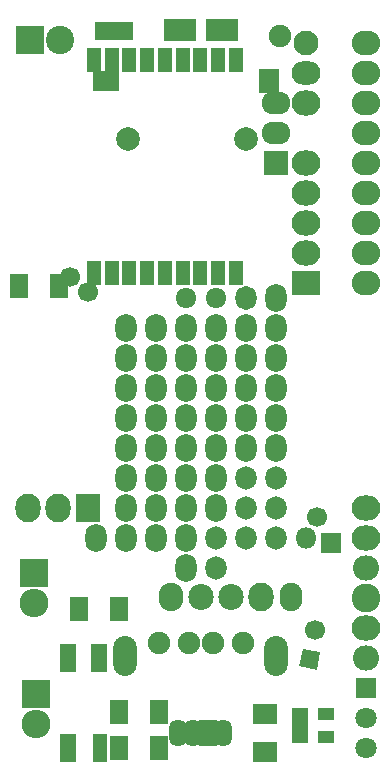
<source format=gbr>
G04 #@! TF.FileFunction,Soldermask,Top*
%FSLAX46Y46*%
G04 Gerber Fmt 4.6, Leading zero omitted, Abs format (unit mm)*
G04 Created by KiCad (PCBNEW 4.0.2-4+6225~38~ubuntu15.04.1-stable) date 2016年05月17日 13時52分55秒*
%MOMM*%
G01*
G04 APERTURE LIST*
%ADD10C,0.100000*%
%ADD11C,1.700000*%
%ADD12O,1.800000X2.051000*%
%ADD13O,1.800000X2.400000*%
%ADD14O,1.800000X2.000000*%
%ADD15O,1.800000X1.670000*%
%ADD16C,2.432000*%
%ADD17O,2.200000X2.127200*%
%ADD18O,2.432000X2.127200*%
%ADD19O,1.800000X1.800000*%
%ADD20R,1.700000X2.000000*%
%ADD21C,2.000000*%
%ADD22R,2.200000X1.800000*%
%ADD23R,1.700000X1.700000*%
%ADD24R,2.400000X2.400000*%
%ADD25C,2.400000*%
%ADD26O,1.517600X2.305000*%
%ADD27R,1.517600X2.305000*%
%ADD28R,2.127200X2.100000*%
%ADD29O,2.432000X1.924000*%
%ADD30R,2.432000X2.127200*%
%ADD31R,2.432000X2.432000*%
%ADD32O,2.432000X2.432000*%
%ADD33R,1.797000X1.797000*%
%ADD34C,1.797000*%
%ADD35R,1.300000X2.100000*%
%ADD36C,2.100000*%
%ADD37O,2.432000X2.000000*%
%ADD38R,2.000000X1.800000*%
%ADD39C,1.901140*%
%ADD40O,2.000000X3.400000*%
%ADD41O,2.100000X2.400000*%
%ADD42O,2.127200X2.200000*%
%ADD43O,2.127200X2.432000*%
%ADD44O,1.900000X2.432000*%
%ADD45R,1.460000X1.050000*%
%ADD46R,2.127200X2.432000*%
%ADD47R,1.600000X2.100000*%
%ADD48R,1.200000X1.600000*%
%ADD49R,2.800000X1.900000*%
%ADD50C,1.200000*%
%ADD51R,1.299160X2.398980*%
%ADD52R,1.400760X2.398980*%
%ADD53C,1.900000*%
%ADD54R,1.600000X2.000000*%
%ADD55O,2.400000X2.100000*%
G04 APERTURE END LIST*
D10*
D11*
X105981500Y-74358500D03*
D12*
X119380000Y-74930000D03*
D13*
X121920000Y-74930000D03*
D11*
X125224320Y-103024181D03*
D10*
G36*
X125398570Y-106355042D02*
X123921358Y-106094570D01*
X124181830Y-104617358D01*
X125659042Y-104877830D01*
X125398570Y-106355042D01*
X125398570Y-106355042D01*
G37*
D14*
X116840000Y-97790000D03*
X116840000Y-95250000D03*
D13*
X116840000Y-92710000D03*
X116840000Y-90170000D03*
X116840000Y-87630000D03*
X116840000Y-85090000D03*
X116840000Y-82550000D03*
X116840000Y-80010000D03*
X116840000Y-77470000D03*
D15*
X116840000Y-74930000D03*
D16*
X129540000Y-100330000D03*
D17*
X129540000Y-97790000D03*
D18*
X129540000Y-95250000D03*
X129540000Y-92710000D03*
D13*
X106680000Y-95250000D03*
X109220000Y-95250000D03*
D14*
X121920000Y-95250000D03*
D19*
X124460000Y-95250000D03*
D14*
X119380000Y-92710000D03*
X121920000Y-92710000D03*
X119380000Y-95250000D03*
X121920000Y-95250000D03*
X119380000Y-90170000D03*
X121920000Y-90170000D03*
D13*
X119380000Y-87630000D03*
X121920000Y-87630000D03*
X119380000Y-77470000D03*
X121920000Y-77470000D03*
X119380000Y-80010000D03*
X121920000Y-80010000D03*
X119380000Y-85090000D03*
X121920000Y-85090000D03*
X119380000Y-82550000D03*
X121920000Y-82550000D03*
X109220000Y-82550000D03*
X111760000Y-82550000D03*
X109220000Y-85090000D03*
X111760000Y-85090000D03*
X109220000Y-80010000D03*
X111760000Y-80010000D03*
X109220000Y-77470000D03*
X111760000Y-77470000D03*
X109220000Y-87630000D03*
X111760000Y-87630000D03*
X109220000Y-90170000D03*
X111760000Y-90170000D03*
X109220000Y-95250000D03*
X111760000Y-95250000D03*
D20*
X121335000Y-56520000D03*
D21*
X109435000Y-61420000D03*
X119435000Y-61420000D03*
D22*
X107535000Y-56520000D03*
D11*
X125369000Y-93465936D03*
D23*
X126619000Y-95631000D03*
D24*
X101092000Y-53086000D03*
D25*
X103632000Y-53086000D03*
D26*
X117475000Y-111760000D03*
D27*
X116205000Y-111760000D03*
D26*
X114935000Y-111760000D03*
X113665000Y-111760000D03*
D28*
X121920000Y-63500000D03*
D29*
X121920000Y-60960000D03*
X121920000Y-58420000D03*
D30*
X124460000Y-73660000D03*
D18*
X124460000Y-71120000D03*
X124460000Y-68580000D03*
X124460000Y-66040000D03*
X124460000Y-63500000D03*
D31*
X101473000Y-98171000D03*
D32*
X101473000Y-100711000D03*
D31*
X101600000Y-108458000D03*
D32*
X101600000Y-110998000D03*
D16*
X129540000Y-100330000D03*
D18*
X129540000Y-102870000D03*
D17*
X129540000Y-105410000D03*
D33*
X129540000Y-107950000D03*
D34*
X129540000Y-110490000D03*
X129540000Y-113030000D03*
D35*
X106522000Y-54754000D03*
X106522000Y-72754000D03*
X108022000Y-54754000D03*
X108022000Y-72754000D03*
X109522000Y-54754000D03*
X109522000Y-72754000D03*
X111022000Y-54754000D03*
X111022000Y-72754000D03*
X112522000Y-54754000D03*
X112522000Y-72754000D03*
X114022000Y-54754000D03*
X114022000Y-72754000D03*
X115522000Y-54754000D03*
X115522000Y-72754000D03*
X117022000Y-54754000D03*
X117022000Y-72754000D03*
X118522000Y-54754000D03*
X118522000Y-72754000D03*
D13*
X109220000Y-92710000D03*
X111760000Y-92710000D03*
X114300000Y-97790000D03*
X114300000Y-95250000D03*
X114300000Y-92710000D03*
X114300000Y-90170000D03*
X114300000Y-87630000D03*
X114300000Y-85090000D03*
X114300000Y-82550000D03*
X114300000Y-80010000D03*
X114300000Y-77470000D03*
D15*
X114300000Y-74930000D03*
D36*
X124460000Y-53340000D03*
D37*
X124460000Y-55880000D03*
D18*
X124460000Y-58420000D03*
D38*
X120980200Y-113309200D03*
X120980200Y-110109200D03*
D39*
X119126860Y-104137880D03*
X116586860Y-104137880D03*
X114554860Y-104137880D03*
X112014860Y-104137880D03*
D40*
X121914000Y-105170000D03*
X109114000Y-105170000D03*
D41*
X113030000Y-100203000D03*
D42*
X115570000Y-100203000D03*
X118110000Y-100203000D03*
D43*
X120650000Y-100203000D03*
D44*
X123190000Y-100203000D03*
D45*
X123995000Y-110149600D03*
X123995000Y-111099600D03*
X123995000Y-112049600D03*
X126195000Y-112049600D03*
X126195000Y-110149600D03*
D46*
X106045000Y-92710000D03*
D43*
X103505000Y-92710000D03*
X100965000Y-92710000D03*
D47*
X112063000Y-113030000D03*
X108663000Y-113030000D03*
D48*
X107220000Y-52324000D03*
X109220000Y-52324000D03*
X108220000Y-52324000D03*
D49*
X113770000Y-52197000D03*
X117370000Y-52197000D03*
D50*
X116840000Y-52197000D03*
X114300000Y-52197000D03*
D51*
X107012740Y-113019840D03*
D52*
X104363520Y-113019840D03*
X104363520Y-105420160D03*
X106964480Y-105420160D03*
D11*
X104457500Y-73152000D03*
D53*
X122237500Y-52705000D03*
D47*
X112063000Y-109982000D03*
X108663000Y-109982000D03*
D54*
X105234000Y-101219000D03*
X108634000Y-101219000D03*
D47*
X100154000Y-73850500D03*
X103554000Y-73850500D03*
D55*
X129540000Y-73660000D03*
X129540000Y-63500000D03*
X129540000Y-66040000D03*
X129540000Y-71120000D03*
X129540000Y-68580000D03*
X129540000Y-58420000D03*
X129540000Y-60960000D03*
X129540000Y-55880000D03*
X129540000Y-53340000D03*
M02*

</source>
